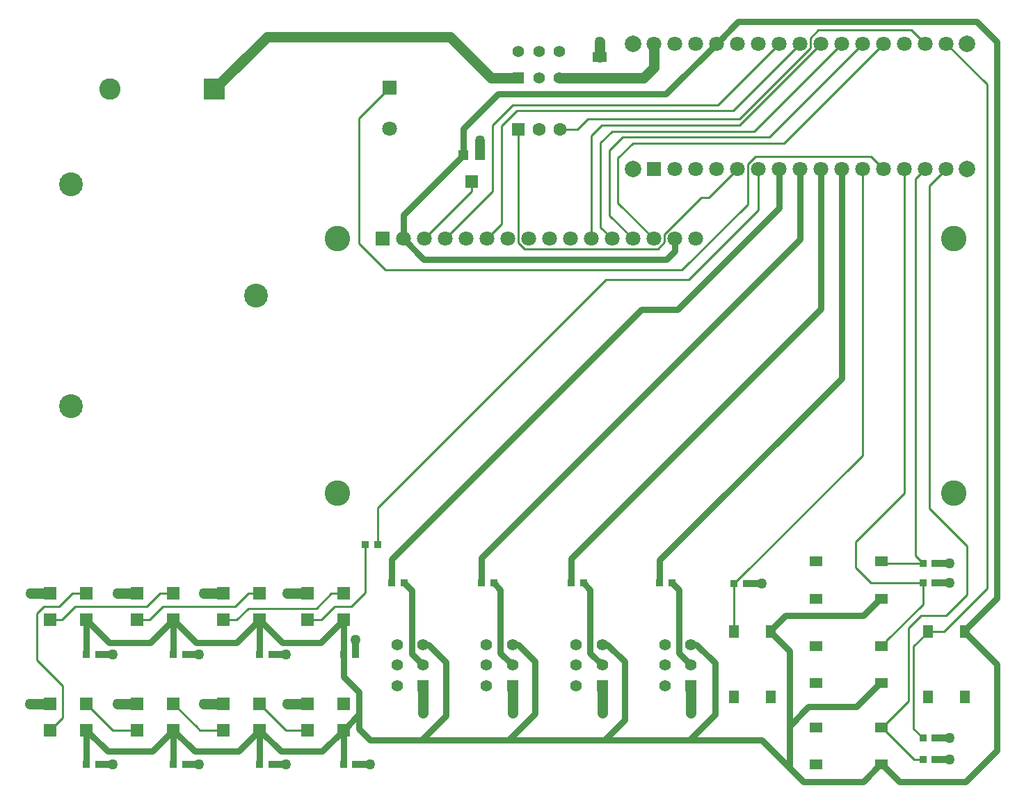
<source format=gtl>
G04*
G04 #@! TF.GenerationSoftware,Altium Limited,Altium Designer,19.1.9 (167)*
G04*
G04 Layer_Physical_Order=1*
G04 Layer_Color=255*
%FSLAX24Y24*%
%MOIN*%
G70*
G01*
G75*
%ADD11C,0.0100*%
%ADD13R,0.0335X0.0335*%
%ADD14R,0.0600X0.0600*%
%ADD15R,0.0650X0.0512*%
%ADD16R,0.0472X0.0472*%
%ADD17R,0.0630X0.0591*%
%ADD18R,0.0512X0.0610*%
%ADD19R,0.0610X0.0512*%
%ADD40C,0.0500*%
%ADD41C,0.0300*%
%ADD42C,0.0335*%
%ADD43C,0.0472*%
%ADD44C,0.0551*%
%ADD45R,0.0551X0.0551*%
%ADD46R,0.0551X0.0551*%
%ADD47R,0.1024X0.1024*%
%ADD48C,0.1024*%
%ADD49C,0.1142*%
%ADD50C,0.0787*%
%ADD51R,0.0709X0.0709*%
%ADD52C,0.0709*%
%ADD53C,0.1220*%
%ADD54R,0.0630X0.0630*%
%ADD55C,0.0630*%
%ADD56C,0.0500*%
D11*
X28386Y24724D02*
X32362D01*
X17461Y13799D02*
X28386Y24724D01*
X17461Y12047D02*
Y13799D01*
X16201Y9075D02*
X16870Y9744D01*
Y12047D01*
X28110Y34409D02*
X28110Y34409D01*
X33772Y33110D02*
X36701Y36039D01*
X23937Y33110D02*
X33772D01*
X22955Y32128D02*
X23937Y33110D01*
X22955Y28955D02*
Y32128D01*
X34496Y32835D02*
X37701Y36039D01*
X24134Y32835D02*
X34496D01*
X23386Y32087D02*
X24134Y32835D01*
X23386Y27386D02*
Y32087D01*
X26209Y31929D02*
X27024D01*
X27535Y32441D01*
X34787D02*
X38185Y35839D01*
X27535Y32441D02*
X34787D01*
X34787Y32126D02*
X38701Y36039D01*
X28189Y32126D02*
X34787D01*
X27693Y31630D02*
X28189Y32126D01*
X35512Y31850D02*
X39701Y36039D01*
X28701Y31850D02*
X35512D01*
X28142Y31291D02*
X28701Y31850D01*
X36236Y31575D02*
X40701Y36039D01*
X29213Y31575D02*
X36236D01*
X28583Y30945D02*
X29213Y31575D01*
X24209Y26492D02*
Y31929D01*
X24209Y31929D01*
X33323Y28661D02*
X34701Y30039D01*
X32976Y28661D02*
X33323D01*
X31209Y26894D02*
X32976Y28661D01*
X34547Y10157D02*
X40701Y16311D01*
Y30039D01*
X15413Y9075D02*
X16201D01*
X14764Y8425D02*
X15413Y9075D01*
X14094Y8425D02*
X14764D01*
X15236Y9685D02*
X15827D01*
X14528Y8976D02*
X15236Y9685D01*
X11260Y8976D02*
X14528D01*
X11811Y4409D02*
X13071Y3150D01*
X14094D01*
X7677Y4409D02*
X8819Y3268D01*
X8760Y3327D02*
X8819Y3268D01*
X8760Y3327D02*
X8937Y3150D01*
X10079D01*
X4764D02*
X5945D01*
X3504Y4409D02*
X4764Y3150D01*
X2205Y9055D02*
X2835Y9685D01*
X1457Y9055D02*
X2205D01*
X1142Y8740D02*
X1457Y9055D01*
X2835Y9685D02*
X3504D01*
X6417Y9055D02*
X7047Y9685D01*
X2953Y9055D02*
X6417D01*
X2323Y8425D02*
X2953Y9055D01*
X7047Y9685D02*
X7677D01*
X7165Y9055D02*
X10630D01*
X6535Y8425D02*
X7165Y9055D01*
X5945Y8425D02*
X6535D01*
X10709D02*
X11260Y8976D01*
X10079Y8425D02*
X10709D01*
X11260Y9685D02*
X11811D01*
X10630Y9055D02*
X11260Y9685D01*
X1772Y8425D02*
X2323D01*
X1772Y3150D02*
X2362Y3740D01*
Y5276D01*
X1142Y6496D02*
X2362Y5276D01*
X1142Y6496D02*
Y8740D01*
X35185Y28335D02*
Y30261D01*
X32047Y25197D02*
X35185Y28335D01*
X17835Y25197D02*
X32047D01*
X35701Y28063D02*
Y30039D01*
X32362Y24724D02*
X35701Y28063D01*
X41110Y30630D02*
X41701Y30039D01*
X35554Y30630D02*
X41110D01*
X35185Y30261D02*
X35554Y30630D01*
X43228Y11506D02*
Y29567D01*
Y11506D02*
X43593Y11142D01*
X43228Y29567D02*
X43701Y30039D01*
X40356Y12167D02*
X42701Y14512D01*
Y30039D01*
X34547Y7894D02*
Y10157D01*
X34528Y7874D02*
X34547Y7894D01*
X16575Y26457D02*
X17835Y25197D01*
X16575Y26457D02*
Y32480D01*
X18032Y33937D01*
X43898Y29236D02*
X44701Y30039D01*
X43898Y13780D02*
Y29236D01*
X38583Y36693D02*
X43047D01*
X38185Y36295D02*
X38583Y36693D01*
X38185Y35839D02*
Y36295D01*
X22693Y26693D02*
X23386Y27386D01*
X20693Y26693D02*
X22955Y28955D01*
X24209Y26492D02*
X24492Y26209D01*
X30894D01*
X28583Y27803D02*
Y30945D01*
Y27803D02*
X29693Y26693D01*
X30894Y26209D02*
X31209Y26524D01*
Y26894D01*
X21969Y28969D02*
Y29311D01*
X19693Y26693D02*
X21969Y28969D01*
X36921Y31260D02*
X41701Y36039D01*
X29685Y31260D02*
X36921D01*
X28976Y30551D02*
X29685Y31260D01*
X19646Y5197D02*
Y5276D01*
X32480Y5197D02*
Y5276D01*
X44183Y10197D02*
X44183Y10197D01*
X43504Y8622D02*
X44685D01*
X42913Y8031D02*
X43504Y8622D01*
X42913Y4537D02*
Y8031D01*
X45709Y9646D02*
Y11969D01*
X44685Y8622D02*
X45709Y9646D01*
X46654Y34087D02*
X46654Y9921D01*
X44606Y7874D02*
X46654Y9921D01*
X43819Y7874D02*
X44606D01*
X44183Y2756D02*
X44183Y2756D01*
X43898Y13780D02*
X45709Y11969D01*
X44173Y11152D02*
X44183Y11142D01*
X43047Y36693D02*
X43701Y36039D01*
X43593Y9163D02*
Y10197D01*
X41850Y7420D02*
X43593Y9163D01*
X41644Y7165D02*
X41850Y7371D01*
Y7420D01*
X43150Y3199D02*
Y7156D01*
Y3199D02*
X43593Y2756D01*
X41644Y3268D02*
X43179Y1732D01*
X41594Y3268D02*
X41644D01*
X43179Y1732D02*
X43593D01*
X14055Y9724D02*
X14094Y9685D01*
X41102Y10197D02*
X43593D01*
X40356Y10943D02*
X41102Y10197D01*
X40356Y10943D02*
Y12167D01*
X41673Y11142D02*
X43593D01*
X41594Y11220D02*
X41673Y11142D01*
X43150Y7156D02*
X43819Y7825D01*
Y7874D01*
X41594Y7165D02*
X41644D01*
Y3268D02*
X42913Y4537D01*
X38415Y9449D02*
X38465D01*
X44701Y36039D02*
X46654Y34087D01*
X28976Y28409D02*
Y30551D01*
Y28409D02*
X30693Y26693D01*
X28142Y27244D02*
Y31291D01*
X27693Y26693D02*
Y31630D01*
X28142Y27244D02*
X28693Y26693D01*
D13*
X16870Y12047D02*
D03*
X17461D02*
D03*
X15827Y6772D02*
D03*
X16417D02*
D03*
X12402D02*
D03*
X11811D02*
D03*
X7677D02*
D03*
X8268D02*
D03*
X4094D02*
D03*
X3504D02*
D03*
Y1496D02*
D03*
X4094D02*
D03*
X8268D02*
D03*
X7677D02*
D03*
X11811D02*
D03*
X12402D02*
D03*
X16417D02*
D03*
X15827D02*
D03*
X31575Y10197D02*
D03*
X30984D02*
D03*
X27323D02*
D03*
X26732D02*
D03*
X22441D02*
D03*
X23031D02*
D03*
X43593Y2756D02*
D03*
X44183D02*
D03*
X43593Y1732D02*
D03*
X44183D02*
D03*
X43593Y10197D02*
D03*
X44183D02*
D03*
X43593Y11142D02*
D03*
X44183D02*
D03*
X34547Y10157D02*
D03*
X35138D02*
D03*
X18740Y10197D02*
D03*
X18150D02*
D03*
D14*
X14094Y8425D02*
D03*
X15827D02*
D03*
X14094Y9685D02*
D03*
X15827D02*
D03*
X11811D02*
D03*
X10079D02*
D03*
X11811Y8425D02*
D03*
X10079D02*
D03*
X5945D02*
D03*
X7677D02*
D03*
X5945Y9685D02*
D03*
X7677D02*
D03*
X3504D02*
D03*
X1772D02*
D03*
X3504Y8425D02*
D03*
X1772D02*
D03*
Y3150D02*
D03*
X3504D02*
D03*
X1772Y4409D02*
D03*
X3504D02*
D03*
X11811D02*
D03*
X10079D02*
D03*
X11811Y3150D02*
D03*
X10079D02*
D03*
X14094D02*
D03*
X15827D02*
D03*
X14094Y4409D02*
D03*
X15827D02*
D03*
X7677D02*
D03*
X5945D02*
D03*
X7677Y3150D02*
D03*
X5945D02*
D03*
D15*
X28110Y35394D02*
D03*
Y34409D02*
D03*
D16*
X21575Y30709D02*
D03*
X22362D02*
D03*
D17*
X21969Y29429D02*
D03*
D18*
X34528Y4744D02*
D03*
Y7874D02*
D03*
X36299Y4744D02*
D03*
Y7874D02*
D03*
X43819Y4744D02*
D03*
Y7874D02*
D03*
X45591Y4744D02*
D03*
Y7874D02*
D03*
D19*
X41594Y9449D02*
D03*
X38465D02*
D03*
X41594Y11220D02*
D03*
X38465D02*
D03*
Y7165D02*
D03*
X41594D02*
D03*
X38465Y5394D02*
D03*
X41594D02*
D03*
Y1496D02*
D03*
X38465D02*
D03*
X41594Y3268D02*
D03*
X38465D02*
D03*
D40*
X30701Y34913D02*
Y36039D01*
X30197Y34409D02*
X30701Y34913D01*
X28110Y34409D02*
X30197D01*
X26181Y34409D02*
X28110D01*
X22913D02*
X24213D01*
X20945Y36378D02*
X22913Y34409D01*
X9646Y33858D02*
X12165Y36378D01*
X20945D01*
X827Y9685D02*
X1772D01*
X28110Y35394D02*
Y36122D01*
X19646Y5197D02*
X19646Y5197D01*
Y3976D02*
Y5197D01*
X23937Y3976D02*
Y5197D01*
X28228Y3976D02*
Y5197D01*
X32480Y5197D02*
X32480Y5197D01*
X32480Y3976D02*
Y5197D01*
X5000Y9685D02*
X5945D01*
X9134D02*
X10079D01*
X13150D02*
X14094D01*
X13150Y4409D02*
X14094D01*
X9134D02*
X10079D01*
X5000D02*
X5945D01*
X787D02*
X1772D01*
D41*
X23228Y33622D02*
X31283D01*
X21575Y31969D02*
X23228Y33622D01*
X21575Y30709D02*
Y31969D01*
X31283Y33622D02*
X33701Y36039D01*
X19094Y6811D02*
X19646Y6260D01*
X19094Y6811D02*
Y9843D01*
X23346Y6850D02*
X23937Y6260D01*
X23346Y6850D02*
Y9882D01*
X31890Y6850D02*
X32480Y6260D01*
X31890Y6850D02*
Y9882D01*
X27638Y6850D02*
X28228Y6260D01*
X27638Y6850D02*
Y9882D01*
X18740Y10197D02*
X19094Y9843D01*
X23031Y10197D02*
X23346Y9882D01*
X27323Y10197D02*
X27638Y9882D01*
X31575Y10197D02*
X31890Y9882D01*
X15827Y1496D02*
Y3150D01*
X7677Y6772D02*
Y8425D01*
X17087Y2677D02*
X19606D01*
X16575Y3189D02*
X17087Y2677D01*
X16575Y3189D02*
Y3898D01*
X3504Y8425D02*
X4606Y7323D01*
X6575D01*
X7677Y8425D01*
X8780Y7323D02*
X10709D01*
X7677Y8425D02*
X8780Y7323D01*
X10709D02*
X11811Y8425D01*
X12913Y7323D02*
X14724D01*
X11811Y8425D02*
X12913Y7323D01*
X14724D02*
X15827Y8425D01*
Y6772D02*
Y8425D01*
Y5709D02*
X16575Y4961D01*
X15827Y5709D02*
Y6772D01*
X11811D02*
Y8425D01*
X16575Y3898D02*
Y4961D01*
X15827Y3150D02*
X16575Y3898D01*
X12835Y2126D02*
X14803D01*
X15827Y3150D01*
X11811D02*
X12835Y2126D01*
X10787D02*
X11811Y3150D01*
X8701Y2126D02*
X10787D01*
X7677Y3150D02*
X8701Y2126D01*
X4528D02*
X6654D01*
X7677Y3150D01*
X3504D02*
X4528Y2126D01*
X11811Y1496D02*
Y3150D01*
X3504Y1496D02*
Y3150D01*
X7677Y1496D02*
Y3150D01*
X18693Y26693D02*
X19677Y25709D01*
X33701Y36039D02*
X34748Y37087D01*
X46181D01*
X47126Y36142D01*
X19646Y7244D02*
X19902D01*
X23937D02*
X24193D01*
X28228D02*
X28484D01*
X32480D02*
X32736D01*
X33622Y3898D02*
Y6358D01*
X32736Y7244D02*
X33622Y6358D01*
X32402Y2677D02*
X33622Y3898D01*
X19606Y2677D02*
Y2704D01*
X28346Y2677D02*
X32402D01*
X28346D02*
X29291Y3622D01*
Y6437D01*
X28484Y7244D02*
X29291Y6437D01*
X24193Y7244D02*
X25000Y6437D01*
X23740Y2677D02*
X25000Y3937D01*
Y6437D01*
X23740Y2677D02*
X28346D01*
X19606D02*
X23740D01*
X19606Y2704D02*
X20748Y3846D01*
Y6398D01*
X19902Y7244D02*
X20748Y6398D01*
X19677Y25709D02*
X31299D01*
X31693Y26102D01*
Y26693D01*
X45591Y7874D02*
Y7923D01*
X47126Y9459D01*
X47126D02*
X47126Y36142D01*
X45591Y7825D02*
Y7874D01*
X41594Y1496D02*
X41644D01*
X40404Y4252D02*
X41545Y5394D01*
Y9449D02*
X41594D01*
X40719Y8622D02*
X41545Y9449D01*
X36299Y7825D02*
Y7874D01*
Y7923D01*
Y7825D02*
X37205Y6919D01*
Y3346D02*
Y6919D01*
X38110Y4252D02*
X40404D01*
X37205Y3346D02*
X38110Y4252D01*
X41545Y1496D02*
X41594D01*
X32402Y2677D02*
X35866D01*
X37205Y1339D02*
Y3346D01*
X35866Y2677D02*
X37205Y1339D01*
X41644Y1496D02*
X42470Y669D01*
X45630D01*
X37205Y1339D02*
X37874Y669D01*
X40719D01*
X41545Y1496D01*
X45630Y669D02*
X47126Y2165D01*
Y6289D01*
X45591Y7825D02*
X47126Y6289D01*
X18693Y27827D02*
X21575Y30709D01*
X18693Y26693D02*
Y27827D01*
X41545Y5394D02*
X41594D01*
X36299Y7923D02*
X36998Y8622D01*
X40719D01*
X3504Y6772D02*
Y8425D01*
X36701Y28157D02*
Y30039D01*
X31850Y23307D02*
X36701Y28157D01*
X39701Y20016D02*
Y30039D01*
X30984Y11299D02*
X39701Y20016D01*
X30984Y10197D02*
Y11299D01*
X30118Y23307D02*
X31850D01*
X18150Y11339D02*
X30118Y23307D01*
X18150Y10197D02*
Y11339D01*
X22441Y11417D02*
X37701Y26677D01*
X22441Y10197D02*
Y11417D01*
X37701Y26677D02*
Y30039D01*
X38701Y23346D02*
Y30039D01*
X26732Y11378D02*
X38701Y23346D01*
X26732Y10197D02*
Y11378D01*
D42*
X16417Y6772D02*
Y7480D01*
X4094Y6772D02*
X4764D01*
X35138Y10157D02*
X35866D01*
X8268Y6772D02*
X8898D01*
X12402D02*
X13071D01*
X4094Y1496D02*
X4764D01*
X8268D02*
X8898D01*
X12402D02*
X13071D01*
X16417D02*
X17087D01*
X44183Y10197D02*
X44882D01*
X44183Y11142D02*
X44882D01*
X44183Y2756D02*
X44882D01*
X44183Y1732D02*
X44882D01*
D43*
X22362Y30709D02*
Y31417D01*
D44*
X25197Y34409D02*
D03*
X26181D02*
D03*
X24213Y35669D02*
D03*
X25197D02*
D03*
X26181D02*
D03*
X32480Y6260D02*
D03*
Y7244D02*
D03*
X31220Y5276D02*
D03*
Y6260D02*
D03*
Y7244D02*
D03*
X28228Y6260D02*
D03*
Y7244D02*
D03*
X26969Y5276D02*
D03*
Y6260D02*
D03*
Y7244D02*
D03*
X23937Y6260D02*
D03*
Y7244D02*
D03*
X22677Y5276D02*
D03*
Y6260D02*
D03*
Y7244D02*
D03*
X19646Y6260D02*
D03*
Y7244D02*
D03*
X18386Y5276D02*
D03*
Y6260D02*
D03*
Y7244D02*
D03*
D45*
X24213Y34409D02*
D03*
D46*
X32480Y5276D02*
D03*
X28228D02*
D03*
X23937D02*
D03*
X19646D02*
D03*
D47*
X9646Y33858D02*
D03*
D48*
X4646D02*
D03*
D49*
X2780Y29291D02*
D03*
Y18673D02*
D03*
X11650Y23980D02*
D03*
D50*
X29701Y30039D02*
D03*
X45701D02*
D03*
Y36039D02*
D03*
X29701D02*
D03*
D51*
X30701Y30039D02*
D03*
X17693Y26693D02*
D03*
X18032Y33937D02*
D03*
D52*
X31701Y30039D02*
D03*
X32701D02*
D03*
X33701D02*
D03*
X34701D02*
D03*
X35701D02*
D03*
X36701D02*
D03*
X37701D02*
D03*
X38701D02*
D03*
X39701D02*
D03*
X40701D02*
D03*
X41701D02*
D03*
X42701D02*
D03*
X43701D02*
D03*
X44701D02*
D03*
Y36039D02*
D03*
X43701D02*
D03*
X42701D02*
D03*
X41701D02*
D03*
X40701D02*
D03*
X39701D02*
D03*
X38701D02*
D03*
X37701D02*
D03*
X36701D02*
D03*
X35701D02*
D03*
X34701D02*
D03*
X33701D02*
D03*
X32701D02*
D03*
X31701D02*
D03*
X30701D02*
D03*
X32693Y26693D02*
D03*
X31693D02*
D03*
X30693D02*
D03*
X29693D02*
D03*
X28693D02*
D03*
X27693D02*
D03*
X26693D02*
D03*
X25693D02*
D03*
X24693D02*
D03*
X23693D02*
D03*
X22693D02*
D03*
X21693D02*
D03*
X20693D02*
D03*
X19693D02*
D03*
X18693D02*
D03*
X18032Y31969D02*
D03*
D53*
X45055Y14488D02*
D03*
Y26693D02*
D03*
X15528Y14488D02*
D03*
Y26693D02*
D03*
D54*
X24209Y31929D02*
D03*
D55*
X25209D02*
D03*
X26209D02*
D03*
D56*
X4764Y6772D02*
D03*
X28110Y36122D02*
D03*
X35866Y10157D02*
D03*
X22362Y31417D02*
D03*
X32480Y3976D02*
D03*
X23937D02*
D03*
X827Y9685D02*
D03*
X5000D02*
D03*
X9134D02*
D03*
X8898Y6772D02*
D03*
X13071D02*
D03*
X13150Y4409D02*
D03*
X9134D02*
D03*
X5000D02*
D03*
X787D02*
D03*
X4764Y1496D02*
D03*
X8898D02*
D03*
X13071D02*
D03*
X17087D02*
D03*
X44882Y10197D02*
D03*
Y2756D02*
D03*
X19646Y3976D02*
D03*
X28228D02*
D03*
X16417Y7480D02*
D03*
X13150Y9685D02*
D03*
X44882Y11142D02*
D03*
Y1732D02*
D03*
M02*

</source>
